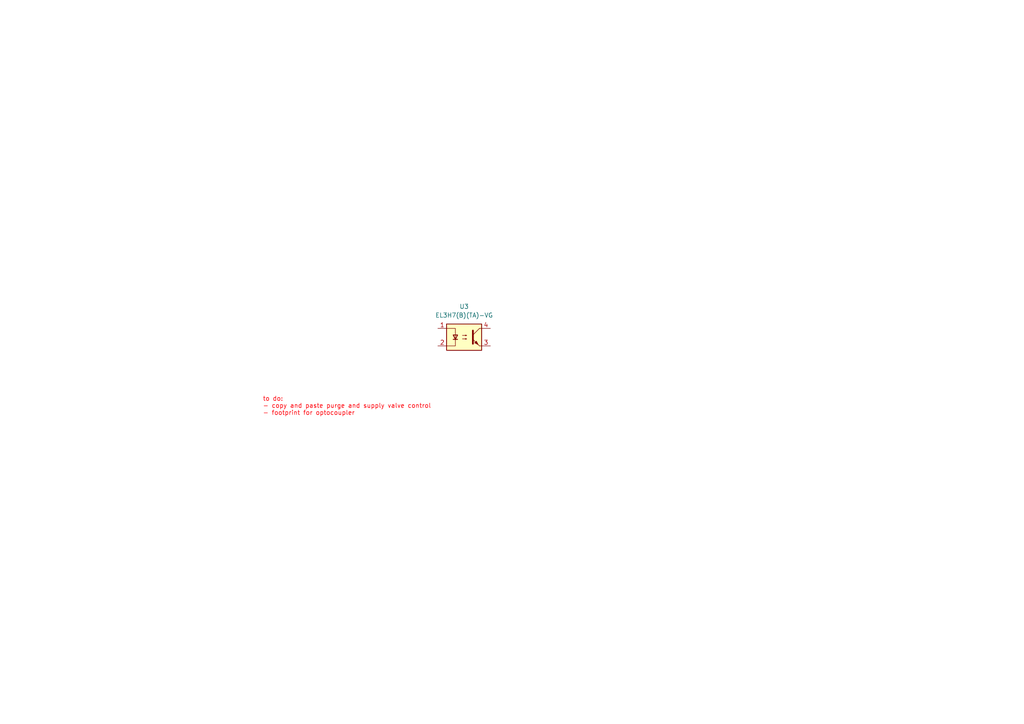
<source format=kicad_sch>
(kicad_sch (version 20230121) (generator eeschema)
  (paper "A4")
  (lib_symbols
    (symbol "Isolator:LTV-356T" (pin_names (offset 1.016))
      (property "Reference" "U" (at -5.334 4.826 0))
      (property "Value" "LTV-356T" (at 0 5.08 0))
      (symbol "LTV-356T_0_1"
        (rectangle (start -5.08 3.81) (end 5.08 -3.81) (stroke (width 0.254)) (fill (type background)))
        (polyline (pts (xy -3.175 -0.635) (xy -1.905 -0.635)) (stroke (width 0.254)))
        (polyline (pts (xy 2.54 0.635) (xy 4.445 2.54)))
        (polyline (pts (xy 4.445 -2.54) (xy 2.54 -0.635)) (fill (type outline)))
        (polyline (pts (xy 4.445 -2.54) (xy 5.08 -2.54)))
        (polyline (pts (xy 4.445 2.54) (xy 5.08 2.54)))
        (polyline (pts (xy -5.08 2.54) (xy -2.54 2.54) (xy -2.54 -0.762)))
        (polyline (pts (xy -2.54 -0.635) (xy -2.54 -2.54) (xy -5.08 -2.54)))
        (polyline (pts (xy 2.54 1.905) (xy 2.54 -1.905) (xy 2.54 -1.905)) (stroke (width 0.508)))
        (polyline (pts (xy -2.54 -0.635) (xy -3.175 0.635) (xy -1.905 0.635) (xy -2.54 -0.635)) (stroke (width 0.254)))
        (polyline (pts (xy -0.508 -0.508) (xy 0.762 -0.508) (xy 0.381 -0.635) (xy 0.381 -0.381) (xy 0.762 -0.508)))
        (polyline (pts (xy -0.508 0.508) (xy 0.762 0.508) (xy 0.381 0.381) (xy 0.381 0.635) (xy 0.762 0.508)))
        (polyline (pts (xy 3.048 -1.651) (xy 3.556 -1.143) (xy 4.064 -2.159) (xy 3.048 -1.651) (xy 3.048 -1.651)) (fill (type outline)))
      )
      (symbol "LTV-356T_1_1"
        (pin passive line (at -7.62 2.54 0) (length 2.54) (name "~") (number "1"))
        (pin passive line (at -7.62 -2.54 0) (length 2.54) (name "~") (number "2"))
        (pin passive line (at 7.62 -2.54 180) (length 2.54) (name "~") (number "3"))
        (pin passive line (at 7.62 2.54 180) (length 2.54) (name "~") (number "4"))
      )
    )
  )
  (text "to do:\n- copy and paste purge and supply valve control\n- footprint for optocoupler \n" (at 76.2 120.65 0) (effects (font (size 1.27 1.27)) (justify left bottom)))
  (symbol (lib_id "Isolator:LTV-356T") (at 134.62 97.79 0) (unit 1)
    (property "Reference" "U3" (at 134.62 88.9 0))
    (property "Value" "EL3H7(B)(TA)-VG" (at 134.62 91.44 0))
    (property "Footprint" "Package_SO:SO-4_4.4x2.3mm_P1.27mm" (effects hide))
    (property "Datasheet" "https://www.digikey.ca/en/products/detail/everlight-electronics-co-ltd/EL3H7-B-TA-VG/2675688" (effects hide))
  )
)
</source>
